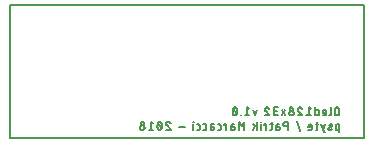
<source format=gbo>
G04 EAGLE Gerber RS-274X export*
G75*
%MOMM*%
%FSLAX34Y34*%
%LPD*%
%INSilkscreen Bottom*%
%IPPOS*%
%AMOC8*
5,1,8,0,0,1.08239X$1,22.5*%
G01*
%ADD10C,0.127000*%
%ADD11C,0.203200*%


D10*
X301625Y24892D02*
X301625Y27940D01*
X301623Y28025D01*
X301617Y28111D01*
X301608Y28196D01*
X301594Y28280D01*
X301577Y28364D01*
X301556Y28447D01*
X301532Y28529D01*
X301504Y28609D01*
X301472Y28689D01*
X301436Y28767D01*
X301398Y28843D01*
X301355Y28917D01*
X301310Y28989D01*
X301261Y29060D01*
X301209Y29128D01*
X301155Y29193D01*
X301097Y29256D01*
X301036Y29317D01*
X300973Y29375D01*
X300908Y29429D01*
X300840Y29481D01*
X300769Y29530D01*
X300697Y29575D01*
X300623Y29618D01*
X300547Y29656D01*
X300469Y29692D01*
X300389Y29724D01*
X300309Y29752D01*
X300227Y29776D01*
X300144Y29797D01*
X300060Y29814D01*
X299976Y29828D01*
X299891Y29837D01*
X299805Y29843D01*
X299720Y29845D01*
X299635Y29843D01*
X299549Y29837D01*
X299464Y29828D01*
X299380Y29814D01*
X299296Y29797D01*
X299213Y29776D01*
X299131Y29752D01*
X299051Y29724D01*
X298971Y29692D01*
X298893Y29656D01*
X298817Y29618D01*
X298743Y29575D01*
X298671Y29530D01*
X298600Y29481D01*
X298532Y29429D01*
X298467Y29375D01*
X298404Y29317D01*
X298343Y29256D01*
X298285Y29193D01*
X298231Y29128D01*
X298179Y29060D01*
X298130Y28989D01*
X298085Y28917D01*
X298042Y28843D01*
X298004Y28767D01*
X297968Y28689D01*
X297936Y28609D01*
X297908Y28529D01*
X297884Y28447D01*
X297863Y28364D01*
X297846Y28280D01*
X297832Y28196D01*
X297823Y28111D01*
X297817Y28025D01*
X297815Y27940D01*
X297815Y24892D01*
X297817Y24807D01*
X297823Y24721D01*
X297832Y24636D01*
X297846Y24552D01*
X297863Y24468D01*
X297884Y24385D01*
X297908Y24303D01*
X297936Y24223D01*
X297968Y24143D01*
X298004Y24065D01*
X298042Y23989D01*
X298085Y23915D01*
X298130Y23843D01*
X298179Y23772D01*
X298231Y23704D01*
X298285Y23639D01*
X298343Y23576D01*
X298404Y23515D01*
X298467Y23457D01*
X298532Y23403D01*
X298600Y23351D01*
X298671Y23302D01*
X298743Y23257D01*
X298817Y23214D01*
X298893Y23176D01*
X298971Y23140D01*
X299051Y23108D01*
X299131Y23080D01*
X299213Y23056D01*
X299296Y23035D01*
X299380Y23018D01*
X299464Y23004D01*
X299549Y22995D01*
X299635Y22989D01*
X299720Y22987D01*
X299805Y22989D01*
X299891Y22995D01*
X299976Y23004D01*
X300060Y23018D01*
X300144Y23035D01*
X300227Y23056D01*
X300309Y23080D01*
X300389Y23108D01*
X300469Y23140D01*
X300547Y23176D01*
X300623Y23214D01*
X300697Y23257D01*
X300769Y23302D01*
X300840Y23351D01*
X300908Y23403D01*
X300973Y23457D01*
X301036Y23515D01*
X301097Y23576D01*
X301155Y23639D01*
X301209Y23704D01*
X301261Y23772D01*
X301310Y23843D01*
X301355Y23915D01*
X301398Y23989D01*
X301436Y24065D01*
X301472Y24143D01*
X301504Y24223D01*
X301532Y24303D01*
X301556Y24385D01*
X301577Y24468D01*
X301594Y24552D01*
X301608Y24636D01*
X301617Y24721D01*
X301623Y24807D01*
X301625Y24892D01*
X294391Y24130D02*
X294391Y29845D01*
X294391Y24130D02*
X294389Y24064D01*
X294383Y23997D01*
X294374Y23932D01*
X294360Y23866D01*
X294343Y23802D01*
X294322Y23739D01*
X294298Y23677D01*
X294269Y23617D01*
X294238Y23559D01*
X294203Y23502D01*
X294165Y23447D01*
X294124Y23395D01*
X294079Y23346D01*
X294032Y23299D01*
X293983Y23254D01*
X293931Y23213D01*
X293876Y23175D01*
X293820Y23140D01*
X293761Y23109D01*
X293701Y23080D01*
X293639Y23056D01*
X293576Y23035D01*
X293512Y23018D01*
X293446Y23004D01*
X293381Y22995D01*
X293314Y22989D01*
X293248Y22987D01*
X289372Y22987D02*
X287467Y22987D01*
X289372Y22987D02*
X289438Y22989D01*
X289505Y22995D01*
X289570Y23004D01*
X289636Y23018D01*
X289700Y23035D01*
X289763Y23056D01*
X289825Y23080D01*
X289885Y23109D01*
X289944Y23140D01*
X290000Y23175D01*
X290055Y23213D01*
X290107Y23254D01*
X290156Y23299D01*
X290203Y23346D01*
X290248Y23395D01*
X290289Y23447D01*
X290327Y23502D01*
X290362Y23559D01*
X290393Y23617D01*
X290422Y23677D01*
X290446Y23739D01*
X290467Y23802D01*
X290484Y23866D01*
X290498Y23932D01*
X290507Y23997D01*
X290513Y24064D01*
X290515Y24130D01*
X290515Y26035D01*
X290513Y26112D01*
X290507Y26189D01*
X290497Y26266D01*
X290484Y26342D01*
X290466Y26417D01*
X290445Y26491D01*
X290420Y26564D01*
X290391Y26636D01*
X290359Y26706D01*
X290324Y26775D01*
X290284Y26841D01*
X290242Y26906D01*
X290196Y26968D01*
X290147Y27028D01*
X290096Y27085D01*
X290041Y27140D01*
X289984Y27191D01*
X289924Y27240D01*
X289862Y27286D01*
X289797Y27328D01*
X289731Y27368D01*
X289662Y27403D01*
X289592Y27435D01*
X289520Y27464D01*
X289447Y27489D01*
X289373Y27510D01*
X289298Y27528D01*
X289222Y27541D01*
X289145Y27551D01*
X289068Y27557D01*
X288991Y27559D01*
X288914Y27557D01*
X288837Y27551D01*
X288760Y27541D01*
X288684Y27528D01*
X288609Y27510D01*
X288535Y27489D01*
X288462Y27464D01*
X288390Y27435D01*
X288320Y27403D01*
X288251Y27368D01*
X288185Y27328D01*
X288120Y27286D01*
X288058Y27240D01*
X287998Y27191D01*
X287941Y27140D01*
X287886Y27085D01*
X287835Y27028D01*
X287786Y26968D01*
X287740Y26906D01*
X287698Y26841D01*
X287658Y26775D01*
X287623Y26706D01*
X287591Y26636D01*
X287562Y26564D01*
X287537Y26491D01*
X287516Y26417D01*
X287498Y26342D01*
X287485Y26266D01*
X287475Y26189D01*
X287469Y26112D01*
X287467Y26035D01*
X287467Y25273D01*
X290515Y25273D01*
X281183Y22987D02*
X281183Y29845D01*
X281183Y22987D02*
X283088Y22987D01*
X283154Y22989D01*
X283221Y22995D01*
X283286Y23004D01*
X283352Y23018D01*
X283416Y23035D01*
X283479Y23056D01*
X283541Y23080D01*
X283601Y23109D01*
X283660Y23140D01*
X283716Y23175D01*
X283771Y23213D01*
X283823Y23254D01*
X283872Y23299D01*
X283919Y23346D01*
X283964Y23395D01*
X284005Y23447D01*
X284043Y23502D01*
X284078Y23559D01*
X284109Y23617D01*
X284138Y23677D01*
X284162Y23739D01*
X284183Y23802D01*
X284200Y23866D01*
X284214Y23932D01*
X284223Y23997D01*
X284229Y24064D01*
X284231Y24130D01*
X284231Y26416D01*
X284229Y26482D01*
X284223Y26549D01*
X284214Y26614D01*
X284200Y26680D01*
X284183Y26744D01*
X284162Y26807D01*
X284138Y26869D01*
X284109Y26929D01*
X284078Y26988D01*
X284043Y27044D01*
X284005Y27099D01*
X283964Y27151D01*
X283919Y27200D01*
X283872Y27247D01*
X283823Y27292D01*
X283771Y27333D01*
X283716Y27371D01*
X283660Y27406D01*
X283601Y27437D01*
X283541Y27466D01*
X283479Y27490D01*
X283416Y27511D01*
X283352Y27528D01*
X283286Y27542D01*
X283221Y27551D01*
X283154Y27557D01*
X283088Y27559D01*
X281183Y27559D01*
X277485Y28321D02*
X275580Y29845D01*
X275580Y22987D01*
X277485Y22987D02*
X273675Y22987D01*
X268074Y29846D02*
X267992Y29844D01*
X267911Y29838D01*
X267830Y29829D01*
X267749Y29815D01*
X267670Y29798D01*
X267591Y29777D01*
X267513Y29752D01*
X267437Y29723D01*
X267362Y29691D01*
X267288Y29655D01*
X267217Y29616D01*
X267147Y29574D01*
X267079Y29528D01*
X267014Y29479D01*
X266951Y29427D01*
X266891Y29372D01*
X266833Y29314D01*
X266778Y29254D01*
X266726Y29191D01*
X266677Y29126D01*
X266631Y29058D01*
X266589Y28989D01*
X266550Y28917D01*
X266514Y28843D01*
X266482Y28768D01*
X266453Y28692D01*
X266428Y28614D01*
X266407Y28535D01*
X266390Y28456D01*
X266376Y28375D01*
X266367Y28294D01*
X266361Y28213D01*
X266359Y28131D01*
X268074Y29845D02*
X268166Y29843D01*
X268258Y29837D01*
X268350Y29828D01*
X268442Y29814D01*
X268532Y29797D01*
X268622Y29776D01*
X268711Y29751D01*
X268799Y29722D01*
X268886Y29690D01*
X268971Y29654D01*
X269054Y29615D01*
X269136Y29572D01*
X269216Y29526D01*
X269294Y29476D01*
X269370Y29424D01*
X269443Y29368D01*
X269514Y29309D01*
X269583Y29247D01*
X269649Y29182D01*
X269712Y29115D01*
X269772Y29045D01*
X269830Y28973D01*
X269884Y28898D01*
X269935Y28821D01*
X269983Y28742D01*
X270027Y28661D01*
X270068Y28578D01*
X270106Y28494D01*
X270140Y28408D01*
X270170Y28321D01*
X266931Y26797D02*
X266872Y26856D01*
X266816Y26917D01*
X266763Y26980D01*
X266712Y27046D01*
X266665Y27114D01*
X266621Y27184D01*
X266580Y27256D01*
X266542Y27330D01*
X266508Y27405D01*
X266477Y27482D01*
X266450Y27560D01*
X266426Y27640D01*
X266405Y27720D01*
X266389Y27801D01*
X266376Y27883D01*
X266366Y27965D01*
X266361Y28048D01*
X266359Y28131D01*
X266931Y26797D02*
X270170Y22987D01*
X266360Y22987D01*
X262855Y24892D02*
X262853Y24977D01*
X262847Y25063D01*
X262838Y25148D01*
X262824Y25232D01*
X262807Y25316D01*
X262786Y25399D01*
X262762Y25481D01*
X262734Y25561D01*
X262702Y25641D01*
X262666Y25719D01*
X262628Y25795D01*
X262585Y25869D01*
X262540Y25941D01*
X262491Y26012D01*
X262439Y26080D01*
X262385Y26145D01*
X262327Y26208D01*
X262266Y26269D01*
X262203Y26327D01*
X262138Y26381D01*
X262070Y26433D01*
X261999Y26482D01*
X261927Y26527D01*
X261853Y26570D01*
X261777Y26608D01*
X261699Y26644D01*
X261619Y26676D01*
X261539Y26704D01*
X261457Y26728D01*
X261374Y26749D01*
X261290Y26766D01*
X261206Y26780D01*
X261121Y26789D01*
X261035Y26795D01*
X260950Y26797D01*
X260865Y26795D01*
X260779Y26789D01*
X260694Y26780D01*
X260610Y26766D01*
X260526Y26749D01*
X260443Y26728D01*
X260361Y26704D01*
X260281Y26676D01*
X260201Y26644D01*
X260123Y26608D01*
X260047Y26570D01*
X259973Y26527D01*
X259901Y26482D01*
X259830Y26433D01*
X259762Y26381D01*
X259697Y26327D01*
X259634Y26269D01*
X259573Y26208D01*
X259515Y26145D01*
X259461Y26080D01*
X259409Y26012D01*
X259360Y25941D01*
X259315Y25869D01*
X259272Y25795D01*
X259234Y25719D01*
X259198Y25641D01*
X259166Y25561D01*
X259138Y25481D01*
X259114Y25399D01*
X259093Y25316D01*
X259076Y25232D01*
X259062Y25148D01*
X259053Y25063D01*
X259047Y24977D01*
X259045Y24892D01*
X259047Y24807D01*
X259053Y24721D01*
X259062Y24636D01*
X259076Y24552D01*
X259093Y24468D01*
X259114Y24385D01*
X259138Y24303D01*
X259166Y24223D01*
X259198Y24143D01*
X259234Y24065D01*
X259272Y23989D01*
X259315Y23915D01*
X259360Y23843D01*
X259409Y23772D01*
X259461Y23704D01*
X259515Y23639D01*
X259573Y23576D01*
X259634Y23515D01*
X259697Y23457D01*
X259762Y23403D01*
X259830Y23351D01*
X259901Y23302D01*
X259973Y23257D01*
X260047Y23214D01*
X260123Y23176D01*
X260201Y23140D01*
X260281Y23108D01*
X260361Y23080D01*
X260443Y23056D01*
X260526Y23035D01*
X260610Y23018D01*
X260694Y23004D01*
X260779Y22995D01*
X260865Y22989D01*
X260950Y22987D01*
X261035Y22989D01*
X261121Y22995D01*
X261206Y23004D01*
X261290Y23018D01*
X261374Y23035D01*
X261457Y23056D01*
X261539Y23080D01*
X261619Y23108D01*
X261699Y23140D01*
X261777Y23176D01*
X261853Y23214D01*
X261927Y23257D01*
X261999Y23302D01*
X262070Y23351D01*
X262138Y23403D01*
X262203Y23457D01*
X262266Y23515D01*
X262327Y23576D01*
X262385Y23639D01*
X262439Y23704D01*
X262491Y23772D01*
X262540Y23843D01*
X262585Y23915D01*
X262628Y23989D01*
X262666Y24065D01*
X262702Y24143D01*
X262734Y24223D01*
X262762Y24303D01*
X262786Y24385D01*
X262807Y24468D01*
X262824Y24552D01*
X262838Y24636D01*
X262847Y24721D01*
X262853Y24807D01*
X262855Y24892D01*
X262474Y28321D02*
X262472Y28398D01*
X262466Y28475D01*
X262456Y28552D01*
X262443Y28628D01*
X262425Y28703D01*
X262404Y28777D01*
X262379Y28850D01*
X262350Y28922D01*
X262318Y28992D01*
X262283Y29061D01*
X262243Y29127D01*
X262201Y29192D01*
X262155Y29254D01*
X262106Y29314D01*
X262055Y29371D01*
X262000Y29426D01*
X261943Y29477D01*
X261883Y29526D01*
X261821Y29572D01*
X261756Y29614D01*
X261690Y29654D01*
X261621Y29689D01*
X261551Y29721D01*
X261479Y29750D01*
X261406Y29775D01*
X261332Y29796D01*
X261257Y29814D01*
X261181Y29827D01*
X261104Y29837D01*
X261027Y29843D01*
X260950Y29845D01*
X260873Y29843D01*
X260796Y29837D01*
X260719Y29827D01*
X260643Y29814D01*
X260568Y29796D01*
X260494Y29775D01*
X260421Y29750D01*
X260349Y29721D01*
X260279Y29689D01*
X260210Y29654D01*
X260144Y29614D01*
X260079Y29572D01*
X260017Y29526D01*
X259957Y29477D01*
X259900Y29426D01*
X259845Y29371D01*
X259794Y29314D01*
X259745Y29254D01*
X259699Y29192D01*
X259657Y29127D01*
X259617Y29061D01*
X259582Y28992D01*
X259550Y28922D01*
X259521Y28850D01*
X259496Y28777D01*
X259475Y28703D01*
X259457Y28628D01*
X259444Y28552D01*
X259434Y28475D01*
X259428Y28398D01*
X259426Y28321D01*
X259428Y28244D01*
X259434Y28167D01*
X259444Y28090D01*
X259457Y28014D01*
X259475Y27939D01*
X259496Y27865D01*
X259521Y27792D01*
X259550Y27720D01*
X259582Y27650D01*
X259617Y27581D01*
X259657Y27515D01*
X259699Y27450D01*
X259745Y27388D01*
X259794Y27328D01*
X259845Y27271D01*
X259900Y27216D01*
X259957Y27165D01*
X260017Y27116D01*
X260079Y27070D01*
X260144Y27028D01*
X260210Y26988D01*
X260279Y26953D01*
X260349Y26921D01*
X260421Y26892D01*
X260494Y26867D01*
X260568Y26846D01*
X260643Y26828D01*
X260719Y26815D01*
X260796Y26805D01*
X260873Y26799D01*
X260950Y26797D01*
X261027Y26799D01*
X261104Y26805D01*
X261181Y26815D01*
X261257Y26828D01*
X261332Y26846D01*
X261406Y26867D01*
X261479Y26892D01*
X261551Y26921D01*
X261621Y26953D01*
X261690Y26988D01*
X261756Y27028D01*
X261821Y27070D01*
X261883Y27116D01*
X261943Y27165D01*
X262000Y27216D01*
X262055Y27271D01*
X262106Y27328D01*
X262155Y27388D01*
X262201Y27450D01*
X262243Y27515D01*
X262283Y27581D01*
X262318Y27650D01*
X262350Y27720D01*
X262379Y27792D01*
X262404Y27865D01*
X262425Y27939D01*
X262443Y28014D01*
X262456Y28090D01*
X262466Y28167D01*
X262472Y28244D01*
X262474Y28321D01*
X255890Y22987D02*
X252842Y27559D01*
X255890Y27559D02*
X252842Y22987D01*
X249687Y22987D02*
X247782Y22987D01*
X247697Y22989D01*
X247611Y22995D01*
X247526Y23004D01*
X247442Y23018D01*
X247358Y23035D01*
X247275Y23056D01*
X247193Y23080D01*
X247113Y23108D01*
X247033Y23140D01*
X246955Y23176D01*
X246879Y23214D01*
X246805Y23257D01*
X246733Y23302D01*
X246662Y23351D01*
X246594Y23403D01*
X246529Y23457D01*
X246466Y23515D01*
X246405Y23576D01*
X246347Y23639D01*
X246293Y23704D01*
X246241Y23772D01*
X246192Y23843D01*
X246147Y23915D01*
X246104Y23989D01*
X246066Y24065D01*
X246030Y24143D01*
X245998Y24223D01*
X245970Y24303D01*
X245946Y24385D01*
X245925Y24468D01*
X245908Y24552D01*
X245894Y24636D01*
X245885Y24721D01*
X245879Y24807D01*
X245877Y24892D01*
X245879Y24977D01*
X245885Y25063D01*
X245894Y25148D01*
X245908Y25232D01*
X245925Y25316D01*
X245946Y25399D01*
X245970Y25481D01*
X245998Y25561D01*
X246030Y25641D01*
X246066Y25719D01*
X246104Y25795D01*
X246147Y25869D01*
X246192Y25941D01*
X246241Y26012D01*
X246293Y26080D01*
X246347Y26145D01*
X246405Y26208D01*
X246466Y26269D01*
X246529Y26327D01*
X246594Y26381D01*
X246662Y26433D01*
X246733Y26482D01*
X246805Y26527D01*
X246879Y26570D01*
X246955Y26608D01*
X247033Y26644D01*
X247113Y26676D01*
X247193Y26704D01*
X247275Y26728D01*
X247358Y26749D01*
X247442Y26766D01*
X247526Y26780D01*
X247611Y26789D01*
X247697Y26795D01*
X247782Y26797D01*
X247401Y29845D02*
X249687Y29845D01*
X247401Y29845D02*
X247324Y29843D01*
X247247Y29837D01*
X247170Y29827D01*
X247094Y29814D01*
X247019Y29796D01*
X246945Y29775D01*
X246872Y29750D01*
X246800Y29721D01*
X246730Y29689D01*
X246661Y29654D01*
X246595Y29614D01*
X246530Y29572D01*
X246468Y29526D01*
X246408Y29477D01*
X246351Y29426D01*
X246296Y29371D01*
X246245Y29314D01*
X246196Y29254D01*
X246150Y29192D01*
X246108Y29127D01*
X246068Y29061D01*
X246033Y28992D01*
X246001Y28922D01*
X245972Y28850D01*
X245947Y28777D01*
X245926Y28703D01*
X245908Y28628D01*
X245895Y28552D01*
X245885Y28475D01*
X245879Y28398D01*
X245877Y28321D01*
X245879Y28244D01*
X245885Y28167D01*
X245895Y28090D01*
X245908Y28014D01*
X245926Y27939D01*
X245947Y27865D01*
X245972Y27792D01*
X246001Y27720D01*
X246033Y27650D01*
X246068Y27581D01*
X246108Y27515D01*
X246150Y27450D01*
X246196Y27388D01*
X246245Y27328D01*
X246296Y27271D01*
X246351Y27216D01*
X246408Y27165D01*
X246468Y27116D01*
X246530Y27070D01*
X246595Y27028D01*
X246661Y26988D01*
X246730Y26953D01*
X246800Y26921D01*
X246872Y26892D01*
X246945Y26867D01*
X247019Y26846D01*
X247094Y26828D01*
X247170Y26815D01*
X247247Y26805D01*
X247324Y26799D01*
X247401Y26797D01*
X248925Y26797D01*
X240277Y29846D02*
X240195Y29844D01*
X240114Y29838D01*
X240033Y29829D01*
X239952Y29815D01*
X239873Y29798D01*
X239794Y29777D01*
X239716Y29752D01*
X239640Y29723D01*
X239565Y29691D01*
X239491Y29655D01*
X239420Y29616D01*
X239350Y29574D01*
X239282Y29528D01*
X239217Y29479D01*
X239154Y29427D01*
X239094Y29372D01*
X239036Y29314D01*
X238981Y29254D01*
X238929Y29191D01*
X238880Y29126D01*
X238834Y29058D01*
X238792Y28989D01*
X238753Y28917D01*
X238717Y28843D01*
X238685Y28768D01*
X238656Y28692D01*
X238631Y28614D01*
X238610Y28535D01*
X238593Y28456D01*
X238579Y28375D01*
X238570Y28294D01*
X238564Y28213D01*
X238562Y28131D01*
X240277Y29845D02*
X240369Y29843D01*
X240461Y29837D01*
X240553Y29828D01*
X240645Y29814D01*
X240735Y29797D01*
X240825Y29776D01*
X240914Y29751D01*
X241002Y29722D01*
X241089Y29690D01*
X241174Y29654D01*
X241257Y29615D01*
X241339Y29572D01*
X241419Y29526D01*
X241497Y29476D01*
X241573Y29424D01*
X241646Y29368D01*
X241717Y29309D01*
X241786Y29247D01*
X241852Y29182D01*
X241915Y29115D01*
X241975Y29045D01*
X242033Y28973D01*
X242087Y28898D01*
X242138Y28821D01*
X242186Y28742D01*
X242230Y28661D01*
X242271Y28578D01*
X242309Y28494D01*
X242343Y28408D01*
X242373Y28321D01*
X239134Y26797D02*
X239075Y26856D01*
X239019Y26917D01*
X238966Y26980D01*
X238915Y27046D01*
X238868Y27114D01*
X238824Y27184D01*
X238783Y27256D01*
X238745Y27330D01*
X238711Y27405D01*
X238680Y27482D01*
X238653Y27560D01*
X238629Y27640D01*
X238608Y27720D01*
X238592Y27801D01*
X238579Y27883D01*
X238569Y27965D01*
X238564Y28048D01*
X238562Y28131D01*
X239134Y26797D02*
X242372Y22987D01*
X238562Y22987D01*
X231506Y27559D02*
X229982Y22987D01*
X228458Y27559D01*
X225303Y28321D02*
X223398Y29845D01*
X223398Y22987D01*
X225303Y22987D02*
X221493Y22987D01*
X218468Y22987D02*
X218468Y23368D01*
X218087Y23368D01*
X218087Y22987D01*
X218468Y22987D01*
X215063Y26416D02*
X215061Y26558D01*
X215056Y26701D01*
X215047Y26843D01*
X215034Y26985D01*
X215018Y27126D01*
X214999Y27267D01*
X214975Y27408D01*
X214949Y27548D01*
X214918Y27687D01*
X214884Y27825D01*
X214847Y27963D01*
X214807Y28099D01*
X214762Y28235D01*
X214715Y28369D01*
X214664Y28502D01*
X214610Y28634D01*
X214552Y28764D01*
X214491Y28893D01*
X214491Y28892D02*
X214465Y28961D01*
X214436Y29027D01*
X214404Y29093D01*
X214369Y29156D01*
X214330Y29218D01*
X214288Y29278D01*
X214243Y29335D01*
X214195Y29390D01*
X214144Y29442D01*
X214091Y29492D01*
X214035Y29538D01*
X213977Y29582D01*
X213916Y29623D01*
X213854Y29661D01*
X213790Y29695D01*
X213724Y29726D01*
X213656Y29754D01*
X213587Y29778D01*
X213517Y29798D01*
X213446Y29815D01*
X213375Y29828D01*
X213303Y29837D01*
X213230Y29843D01*
X213157Y29845D01*
X213084Y29843D01*
X213011Y29837D01*
X212939Y29828D01*
X212868Y29815D01*
X212797Y29798D01*
X212727Y29778D01*
X212658Y29754D01*
X212590Y29726D01*
X212524Y29695D01*
X212460Y29661D01*
X212398Y29623D01*
X212337Y29582D01*
X212279Y29538D01*
X212223Y29492D01*
X212170Y29442D01*
X212119Y29390D01*
X212071Y29335D01*
X212026Y29278D01*
X211984Y29218D01*
X211945Y29156D01*
X211910Y29093D01*
X211878Y29027D01*
X211849Y28961D01*
X211823Y28892D01*
X211824Y28893D02*
X211763Y28764D01*
X211705Y28634D01*
X211651Y28502D01*
X211600Y28369D01*
X211553Y28235D01*
X211508Y28099D01*
X211468Y27963D01*
X211431Y27825D01*
X211397Y27687D01*
X211366Y27548D01*
X211340Y27408D01*
X211316Y27267D01*
X211297Y27126D01*
X211281Y26985D01*
X211268Y26843D01*
X211259Y26701D01*
X211254Y26558D01*
X211252Y26416D01*
X215063Y26416D02*
X215061Y26274D01*
X215056Y26131D01*
X215047Y25989D01*
X215034Y25847D01*
X215018Y25706D01*
X214999Y25565D01*
X214975Y25424D01*
X214949Y25284D01*
X214918Y25145D01*
X214884Y25007D01*
X214847Y24869D01*
X214807Y24733D01*
X214762Y24597D01*
X214715Y24463D01*
X214664Y24330D01*
X214610Y24198D01*
X214552Y24068D01*
X214491Y23939D01*
X214491Y23940D02*
X214465Y23871D01*
X214436Y23805D01*
X214404Y23739D01*
X214369Y23676D01*
X214330Y23614D01*
X214288Y23554D01*
X214243Y23497D01*
X214195Y23442D01*
X214144Y23390D01*
X214091Y23340D01*
X214035Y23294D01*
X213977Y23250D01*
X213916Y23209D01*
X213854Y23171D01*
X213790Y23137D01*
X213724Y23106D01*
X213656Y23078D01*
X213587Y23054D01*
X213517Y23034D01*
X213446Y23017D01*
X213375Y23004D01*
X213303Y22995D01*
X213230Y22989D01*
X213157Y22987D01*
X211824Y23939D02*
X211763Y24068D01*
X211705Y24198D01*
X211651Y24330D01*
X211600Y24463D01*
X211553Y24597D01*
X211508Y24733D01*
X211468Y24869D01*
X211431Y25007D01*
X211397Y25145D01*
X211366Y25284D01*
X211340Y25424D01*
X211316Y25565D01*
X211297Y25706D01*
X211281Y25847D01*
X211268Y25989D01*
X211259Y26131D01*
X211254Y26274D01*
X211252Y26416D01*
X211823Y23940D02*
X211849Y23871D01*
X211878Y23805D01*
X211910Y23739D01*
X211945Y23676D01*
X211984Y23614D01*
X212026Y23554D01*
X212071Y23497D01*
X212119Y23442D01*
X212170Y23390D01*
X212223Y23340D01*
X212279Y23294D01*
X212337Y23250D01*
X212398Y23209D01*
X212460Y23171D01*
X212524Y23137D01*
X212590Y23106D01*
X212658Y23078D01*
X212727Y23054D01*
X212797Y23034D01*
X212868Y23017D01*
X212939Y23004D01*
X213011Y22995D01*
X213084Y22989D01*
X213157Y22987D01*
X214681Y24511D02*
X211633Y28321D01*
X301625Y15367D02*
X301625Y8509D01*
X301625Y15367D02*
X299720Y15367D01*
X299654Y15365D01*
X299587Y15359D01*
X299522Y15350D01*
X299456Y15336D01*
X299392Y15319D01*
X299329Y15298D01*
X299267Y15274D01*
X299207Y15245D01*
X299149Y15214D01*
X299092Y15179D01*
X299037Y15141D01*
X298985Y15100D01*
X298936Y15055D01*
X298889Y15008D01*
X298844Y14959D01*
X298803Y14907D01*
X298765Y14852D01*
X298730Y14796D01*
X298699Y14737D01*
X298670Y14677D01*
X298646Y14615D01*
X298625Y14552D01*
X298608Y14488D01*
X298594Y14422D01*
X298585Y14357D01*
X298579Y14290D01*
X298577Y14224D01*
X298577Y11938D01*
X298579Y11872D01*
X298585Y11805D01*
X298594Y11740D01*
X298608Y11674D01*
X298625Y11610D01*
X298646Y11547D01*
X298670Y11485D01*
X298699Y11425D01*
X298730Y11367D01*
X298765Y11310D01*
X298803Y11255D01*
X298844Y11203D01*
X298889Y11154D01*
X298936Y11107D01*
X298985Y11062D01*
X299037Y11021D01*
X299092Y10983D01*
X299149Y10948D01*
X299207Y10917D01*
X299267Y10888D01*
X299329Y10864D01*
X299392Y10843D01*
X299456Y10826D01*
X299522Y10812D01*
X299587Y10803D01*
X299654Y10797D01*
X299720Y10795D01*
X301625Y10795D01*
X294769Y13462D02*
X292864Y12700D01*
X294769Y13462D02*
X294826Y13487D01*
X294881Y13515D01*
X294935Y13547D01*
X294986Y13582D01*
X295035Y13621D01*
X295082Y13662D01*
X295126Y13706D01*
X295167Y13753D01*
X295205Y13803D01*
X295239Y13855D01*
X295271Y13908D01*
X295299Y13964D01*
X295323Y14021D01*
X295344Y14080D01*
X295361Y14140D01*
X295374Y14201D01*
X295383Y14263D01*
X295389Y14325D01*
X295390Y14387D01*
X295387Y14449D01*
X295381Y14511D01*
X295371Y14573D01*
X295357Y14633D01*
X295339Y14693D01*
X295317Y14752D01*
X295292Y14808D01*
X295263Y14864D01*
X295231Y14917D01*
X295195Y14968D01*
X295156Y15017D01*
X295115Y15063D01*
X295070Y15107D01*
X295023Y15148D01*
X294973Y15185D01*
X294921Y15220D01*
X294867Y15251D01*
X294811Y15278D01*
X294754Y15302D01*
X294695Y15323D01*
X294635Y15339D01*
X294574Y15352D01*
X294512Y15361D01*
X294450Y15366D01*
X294388Y15367D01*
X294262Y15363D01*
X294136Y15356D01*
X294010Y15345D01*
X293884Y15330D01*
X293759Y15312D01*
X293635Y15290D01*
X293511Y15264D01*
X293388Y15235D01*
X293266Y15202D01*
X293145Y15166D01*
X293026Y15126D01*
X292907Y15082D01*
X292790Y15036D01*
X292674Y14986D01*
X292864Y12700D02*
X292807Y12675D01*
X292752Y12647D01*
X292698Y12615D01*
X292647Y12580D01*
X292598Y12541D01*
X292551Y12500D01*
X292507Y12456D01*
X292466Y12409D01*
X292428Y12359D01*
X292394Y12307D01*
X292362Y12254D01*
X292334Y12198D01*
X292310Y12141D01*
X292289Y12082D01*
X292272Y12022D01*
X292259Y11961D01*
X292250Y11899D01*
X292244Y11837D01*
X292243Y11775D01*
X292246Y11713D01*
X292252Y11651D01*
X292262Y11589D01*
X292276Y11529D01*
X292294Y11469D01*
X292316Y11410D01*
X292341Y11354D01*
X292370Y11298D01*
X292402Y11245D01*
X292438Y11194D01*
X292477Y11145D01*
X292518Y11099D01*
X292563Y11055D01*
X292610Y11014D01*
X292660Y10977D01*
X292712Y10942D01*
X292766Y10911D01*
X292822Y10884D01*
X292879Y10860D01*
X292938Y10839D01*
X292998Y10823D01*
X293059Y10810D01*
X293121Y10801D01*
X293183Y10796D01*
X293245Y10795D01*
X293398Y10799D01*
X293551Y10806D01*
X293703Y10817D01*
X293855Y10832D01*
X294007Y10851D01*
X294158Y10873D01*
X294309Y10898D01*
X294459Y10927D01*
X294608Y10960D01*
X294757Y10996D01*
X294904Y11036D01*
X295051Y11079D01*
X295197Y11126D01*
X295341Y11176D01*
X289245Y8509D02*
X288483Y8509D01*
X286197Y15367D01*
X289245Y15367D02*
X287721Y10795D01*
X283831Y15367D02*
X281545Y15367D01*
X283069Y17653D02*
X283069Y11938D01*
X283067Y11872D01*
X283061Y11805D01*
X283052Y11740D01*
X283038Y11674D01*
X283021Y11610D01*
X283000Y11547D01*
X282976Y11485D01*
X282947Y11425D01*
X282916Y11367D01*
X282881Y11310D01*
X282843Y11255D01*
X282802Y11203D01*
X282757Y11154D01*
X282710Y11107D01*
X282661Y11062D01*
X282609Y11021D01*
X282554Y10983D01*
X282498Y10948D01*
X282439Y10917D01*
X282379Y10888D01*
X282317Y10864D01*
X282254Y10843D01*
X282190Y10826D01*
X282124Y10812D01*
X282059Y10803D01*
X281992Y10797D01*
X281926Y10795D01*
X281545Y10795D01*
X277373Y10795D02*
X275468Y10795D01*
X277373Y10795D02*
X277439Y10797D01*
X277506Y10803D01*
X277571Y10812D01*
X277637Y10826D01*
X277701Y10843D01*
X277764Y10864D01*
X277826Y10888D01*
X277886Y10917D01*
X277945Y10948D01*
X278001Y10983D01*
X278056Y11021D01*
X278108Y11062D01*
X278157Y11107D01*
X278204Y11154D01*
X278249Y11203D01*
X278290Y11255D01*
X278328Y11310D01*
X278363Y11367D01*
X278394Y11425D01*
X278423Y11485D01*
X278447Y11547D01*
X278468Y11610D01*
X278485Y11674D01*
X278499Y11740D01*
X278508Y11805D01*
X278514Y11872D01*
X278516Y11938D01*
X278516Y13843D01*
X278514Y13920D01*
X278508Y13997D01*
X278498Y14074D01*
X278485Y14150D01*
X278467Y14225D01*
X278446Y14299D01*
X278421Y14372D01*
X278392Y14444D01*
X278360Y14514D01*
X278325Y14583D01*
X278285Y14649D01*
X278243Y14714D01*
X278197Y14776D01*
X278148Y14836D01*
X278097Y14893D01*
X278042Y14948D01*
X277985Y14999D01*
X277925Y15048D01*
X277863Y15094D01*
X277798Y15136D01*
X277732Y15176D01*
X277663Y15211D01*
X277593Y15243D01*
X277521Y15272D01*
X277448Y15297D01*
X277374Y15318D01*
X277299Y15336D01*
X277223Y15349D01*
X277146Y15359D01*
X277069Y15365D01*
X276992Y15367D01*
X276915Y15365D01*
X276838Y15359D01*
X276761Y15349D01*
X276685Y15336D01*
X276610Y15318D01*
X276536Y15297D01*
X276463Y15272D01*
X276391Y15243D01*
X276321Y15211D01*
X276252Y15176D01*
X276186Y15136D01*
X276121Y15094D01*
X276059Y15048D01*
X275999Y14999D01*
X275942Y14948D01*
X275887Y14893D01*
X275836Y14836D01*
X275787Y14776D01*
X275741Y14714D01*
X275699Y14649D01*
X275659Y14583D01*
X275624Y14514D01*
X275592Y14444D01*
X275563Y14372D01*
X275538Y14299D01*
X275517Y14225D01*
X275499Y14150D01*
X275486Y14074D01*
X275476Y13997D01*
X275470Y13920D01*
X275468Y13843D01*
X275468Y13081D01*
X278516Y13081D01*
X268519Y10033D02*
X265471Y18415D01*
X258011Y17653D02*
X258011Y10795D01*
X258011Y17653D02*
X256106Y17653D01*
X256021Y17651D01*
X255935Y17645D01*
X255850Y17636D01*
X255766Y17622D01*
X255682Y17605D01*
X255599Y17584D01*
X255517Y17560D01*
X255437Y17532D01*
X255357Y17500D01*
X255279Y17464D01*
X255203Y17426D01*
X255129Y17383D01*
X255057Y17338D01*
X254986Y17289D01*
X254918Y17237D01*
X254853Y17183D01*
X254790Y17125D01*
X254729Y17064D01*
X254671Y17001D01*
X254617Y16936D01*
X254565Y16868D01*
X254516Y16797D01*
X254471Y16725D01*
X254428Y16651D01*
X254390Y16575D01*
X254354Y16497D01*
X254322Y16417D01*
X254294Y16337D01*
X254270Y16255D01*
X254249Y16172D01*
X254232Y16088D01*
X254218Y16004D01*
X254209Y15919D01*
X254203Y15833D01*
X254201Y15748D01*
X254203Y15663D01*
X254209Y15577D01*
X254218Y15492D01*
X254232Y15408D01*
X254249Y15324D01*
X254270Y15241D01*
X254294Y15159D01*
X254322Y15079D01*
X254354Y14999D01*
X254390Y14921D01*
X254428Y14845D01*
X254471Y14771D01*
X254516Y14699D01*
X254565Y14628D01*
X254617Y14560D01*
X254671Y14495D01*
X254729Y14432D01*
X254790Y14371D01*
X254853Y14313D01*
X254918Y14259D01*
X254986Y14207D01*
X255057Y14158D01*
X255129Y14113D01*
X255203Y14070D01*
X255279Y14032D01*
X255357Y13996D01*
X255437Y13964D01*
X255517Y13936D01*
X255599Y13912D01*
X255682Y13891D01*
X255766Y13874D01*
X255850Y13860D01*
X255935Y13851D01*
X256021Y13845D01*
X256106Y13843D01*
X258011Y13843D01*
X249928Y13462D02*
X248214Y13462D01*
X249928Y13463D02*
X250000Y13461D01*
X250072Y13455D01*
X250144Y13445D01*
X250215Y13432D01*
X250285Y13414D01*
X250354Y13393D01*
X250422Y13368D01*
X250488Y13340D01*
X250553Y13308D01*
X250616Y13272D01*
X250677Y13233D01*
X250735Y13191D01*
X250792Y13146D01*
X250845Y13097D01*
X250896Y13046D01*
X250945Y12993D01*
X250990Y12936D01*
X251032Y12878D01*
X251071Y12817D01*
X251107Y12754D01*
X251139Y12689D01*
X251167Y12623D01*
X251192Y12555D01*
X251213Y12486D01*
X251231Y12416D01*
X251244Y12345D01*
X251254Y12273D01*
X251260Y12201D01*
X251262Y12129D01*
X251260Y12057D01*
X251254Y11985D01*
X251244Y11913D01*
X251231Y11842D01*
X251213Y11772D01*
X251192Y11703D01*
X251167Y11635D01*
X251139Y11569D01*
X251107Y11504D01*
X251071Y11441D01*
X251032Y11380D01*
X250990Y11322D01*
X250945Y11265D01*
X250896Y11212D01*
X250845Y11161D01*
X250792Y11112D01*
X250735Y11067D01*
X250677Y11025D01*
X250616Y10986D01*
X250553Y10950D01*
X250488Y10918D01*
X250422Y10890D01*
X250354Y10865D01*
X250285Y10844D01*
X250215Y10826D01*
X250144Y10813D01*
X250072Y10803D01*
X250000Y10797D01*
X249928Y10795D01*
X248214Y10795D01*
X248214Y14224D01*
X248216Y14290D01*
X248222Y14357D01*
X248231Y14422D01*
X248245Y14488D01*
X248262Y14552D01*
X248283Y14615D01*
X248307Y14677D01*
X248336Y14737D01*
X248367Y14796D01*
X248402Y14852D01*
X248440Y14907D01*
X248481Y14959D01*
X248526Y15008D01*
X248573Y15055D01*
X248622Y15100D01*
X248674Y15141D01*
X248729Y15179D01*
X248786Y15214D01*
X248844Y15245D01*
X248904Y15274D01*
X248966Y15298D01*
X249029Y15319D01*
X249093Y15336D01*
X249159Y15350D01*
X249224Y15359D01*
X249291Y15365D01*
X249357Y15367D01*
X250881Y15367D01*
X245304Y15367D02*
X243018Y15367D01*
X244542Y17653D02*
X244542Y11938D01*
X244540Y11872D01*
X244534Y11805D01*
X244525Y11740D01*
X244511Y11674D01*
X244494Y11610D01*
X244473Y11547D01*
X244449Y11485D01*
X244420Y11425D01*
X244389Y11367D01*
X244354Y11310D01*
X244316Y11255D01*
X244275Y11203D01*
X244230Y11154D01*
X244183Y11107D01*
X244134Y11062D01*
X244082Y11021D01*
X244027Y10983D01*
X243971Y10948D01*
X243912Y10917D01*
X243852Y10888D01*
X243790Y10864D01*
X243727Y10843D01*
X243663Y10826D01*
X243597Y10812D01*
X243532Y10803D01*
X243465Y10797D01*
X243399Y10795D01*
X243018Y10795D01*
X239683Y10795D02*
X239683Y15367D01*
X237397Y15367D01*
X237397Y14605D01*
X235052Y15367D02*
X235052Y10795D01*
X235242Y17272D02*
X235242Y17653D01*
X234861Y17653D01*
X234861Y17272D01*
X235242Y17272D01*
X231571Y17653D02*
X231571Y10795D01*
X231571Y13081D02*
X228523Y15367D01*
X230237Y14034D02*
X228523Y10795D01*
X221244Y10795D02*
X221244Y17653D01*
X218958Y13843D01*
X216672Y17653D01*
X216672Y10795D01*
X211646Y13462D02*
X209931Y13462D01*
X211646Y13463D02*
X211718Y13461D01*
X211790Y13455D01*
X211862Y13445D01*
X211933Y13432D01*
X212003Y13414D01*
X212072Y13393D01*
X212140Y13368D01*
X212206Y13340D01*
X212271Y13308D01*
X212334Y13272D01*
X212395Y13233D01*
X212453Y13191D01*
X212510Y13146D01*
X212563Y13097D01*
X212614Y13046D01*
X212663Y12993D01*
X212708Y12936D01*
X212750Y12878D01*
X212789Y12817D01*
X212825Y12754D01*
X212857Y12689D01*
X212885Y12623D01*
X212910Y12555D01*
X212931Y12486D01*
X212949Y12416D01*
X212962Y12345D01*
X212972Y12273D01*
X212978Y12201D01*
X212980Y12129D01*
X212978Y12057D01*
X212972Y11985D01*
X212962Y11913D01*
X212949Y11842D01*
X212931Y11772D01*
X212910Y11703D01*
X212885Y11635D01*
X212857Y11569D01*
X212825Y11504D01*
X212789Y11441D01*
X212750Y11380D01*
X212708Y11322D01*
X212663Y11265D01*
X212614Y11212D01*
X212563Y11161D01*
X212510Y11112D01*
X212453Y11067D01*
X212395Y11025D01*
X212334Y10986D01*
X212271Y10950D01*
X212206Y10918D01*
X212140Y10890D01*
X212072Y10865D01*
X212003Y10844D01*
X211933Y10826D01*
X211862Y10813D01*
X211790Y10803D01*
X211718Y10797D01*
X211646Y10795D01*
X209931Y10795D01*
X209931Y14224D01*
X209933Y14290D01*
X209939Y14357D01*
X209948Y14422D01*
X209962Y14488D01*
X209979Y14552D01*
X210000Y14615D01*
X210024Y14677D01*
X210053Y14737D01*
X210084Y14796D01*
X210119Y14852D01*
X210157Y14907D01*
X210198Y14959D01*
X210243Y15008D01*
X210290Y15055D01*
X210339Y15100D01*
X210391Y15141D01*
X210446Y15179D01*
X210503Y15214D01*
X210561Y15245D01*
X210621Y15274D01*
X210683Y15298D01*
X210746Y15319D01*
X210810Y15336D01*
X210876Y15350D01*
X210941Y15359D01*
X211008Y15365D01*
X211074Y15367D01*
X212598Y15367D01*
X206033Y15367D02*
X206033Y10795D01*
X206033Y15367D02*
X203747Y15367D01*
X203747Y14605D01*
X200064Y10795D02*
X198540Y10795D01*
X200064Y10795D02*
X200130Y10797D01*
X200197Y10803D01*
X200262Y10812D01*
X200328Y10826D01*
X200392Y10843D01*
X200455Y10864D01*
X200517Y10888D01*
X200577Y10917D01*
X200636Y10948D01*
X200692Y10983D01*
X200747Y11021D01*
X200799Y11062D01*
X200848Y11107D01*
X200895Y11154D01*
X200940Y11203D01*
X200981Y11255D01*
X201019Y11310D01*
X201054Y11367D01*
X201085Y11425D01*
X201114Y11485D01*
X201138Y11547D01*
X201159Y11610D01*
X201176Y11674D01*
X201190Y11740D01*
X201199Y11805D01*
X201205Y11872D01*
X201207Y11938D01*
X201207Y14224D01*
X201205Y14290D01*
X201199Y14357D01*
X201190Y14422D01*
X201176Y14488D01*
X201159Y14552D01*
X201138Y14615D01*
X201114Y14677D01*
X201085Y14737D01*
X201054Y14796D01*
X201019Y14852D01*
X200981Y14907D01*
X200940Y14959D01*
X200895Y15008D01*
X200848Y15055D01*
X200799Y15100D01*
X200747Y15141D01*
X200692Y15179D01*
X200636Y15214D01*
X200577Y15245D01*
X200517Y15274D01*
X200455Y15298D01*
X200392Y15319D01*
X200328Y15336D01*
X200262Y15350D01*
X200197Y15359D01*
X200130Y15365D01*
X200064Y15367D01*
X198540Y15367D01*
X194333Y13462D02*
X192618Y13462D01*
X194333Y13463D02*
X194405Y13461D01*
X194477Y13455D01*
X194549Y13445D01*
X194620Y13432D01*
X194690Y13414D01*
X194759Y13393D01*
X194827Y13368D01*
X194893Y13340D01*
X194958Y13308D01*
X195021Y13272D01*
X195082Y13233D01*
X195140Y13191D01*
X195197Y13146D01*
X195250Y13097D01*
X195301Y13046D01*
X195350Y12993D01*
X195395Y12936D01*
X195437Y12878D01*
X195476Y12817D01*
X195512Y12754D01*
X195544Y12689D01*
X195572Y12623D01*
X195597Y12555D01*
X195618Y12486D01*
X195636Y12416D01*
X195649Y12345D01*
X195659Y12273D01*
X195665Y12201D01*
X195667Y12129D01*
X195665Y12057D01*
X195659Y11985D01*
X195649Y11913D01*
X195636Y11842D01*
X195618Y11772D01*
X195597Y11703D01*
X195572Y11635D01*
X195544Y11569D01*
X195512Y11504D01*
X195476Y11441D01*
X195437Y11380D01*
X195395Y11322D01*
X195350Y11265D01*
X195301Y11212D01*
X195250Y11161D01*
X195197Y11112D01*
X195140Y11067D01*
X195082Y11025D01*
X195021Y10986D01*
X194958Y10950D01*
X194893Y10918D01*
X194827Y10890D01*
X194759Y10865D01*
X194690Y10844D01*
X194620Y10826D01*
X194549Y10813D01*
X194477Y10803D01*
X194405Y10797D01*
X194333Y10795D01*
X192618Y10795D01*
X192618Y14224D01*
X192620Y14290D01*
X192626Y14357D01*
X192635Y14422D01*
X192649Y14488D01*
X192666Y14552D01*
X192687Y14615D01*
X192711Y14677D01*
X192740Y14737D01*
X192771Y14796D01*
X192806Y14852D01*
X192844Y14907D01*
X192885Y14959D01*
X192930Y15008D01*
X192977Y15055D01*
X193026Y15100D01*
X193078Y15141D01*
X193133Y15179D01*
X193190Y15214D01*
X193248Y15245D01*
X193308Y15274D01*
X193370Y15298D01*
X193433Y15319D01*
X193497Y15336D01*
X193563Y15350D01*
X193628Y15359D01*
X193695Y15365D01*
X193761Y15367D01*
X195285Y15367D01*
X187872Y10795D02*
X186348Y10795D01*
X187872Y10795D02*
X187938Y10797D01*
X188005Y10803D01*
X188070Y10812D01*
X188136Y10826D01*
X188200Y10843D01*
X188263Y10864D01*
X188325Y10888D01*
X188385Y10917D01*
X188444Y10948D01*
X188500Y10983D01*
X188555Y11021D01*
X188607Y11062D01*
X188656Y11107D01*
X188703Y11154D01*
X188748Y11203D01*
X188789Y11255D01*
X188827Y11310D01*
X188862Y11367D01*
X188893Y11425D01*
X188922Y11485D01*
X188946Y11547D01*
X188967Y11610D01*
X188984Y11674D01*
X188998Y11740D01*
X189007Y11805D01*
X189013Y11872D01*
X189015Y11938D01*
X189015Y14224D01*
X189013Y14290D01*
X189007Y14357D01*
X188998Y14422D01*
X188984Y14488D01*
X188967Y14552D01*
X188946Y14615D01*
X188922Y14677D01*
X188893Y14737D01*
X188862Y14796D01*
X188827Y14852D01*
X188789Y14907D01*
X188748Y14959D01*
X188703Y15008D01*
X188656Y15055D01*
X188607Y15100D01*
X188555Y15141D01*
X188500Y15179D01*
X188444Y15214D01*
X188385Y15245D01*
X188325Y15274D01*
X188263Y15298D01*
X188200Y15319D01*
X188136Y15336D01*
X188070Y15350D01*
X188005Y15359D01*
X187938Y15365D01*
X187872Y15367D01*
X186348Y15367D01*
X182263Y10795D02*
X180739Y10795D01*
X182263Y10795D02*
X182329Y10797D01*
X182396Y10803D01*
X182461Y10812D01*
X182527Y10826D01*
X182591Y10843D01*
X182654Y10864D01*
X182716Y10888D01*
X182776Y10917D01*
X182835Y10948D01*
X182891Y10983D01*
X182946Y11021D01*
X182998Y11062D01*
X183047Y11107D01*
X183094Y11154D01*
X183139Y11203D01*
X183180Y11255D01*
X183218Y11310D01*
X183253Y11367D01*
X183284Y11425D01*
X183313Y11485D01*
X183337Y11547D01*
X183358Y11610D01*
X183375Y11674D01*
X183389Y11740D01*
X183398Y11805D01*
X183404Y11872D01*
X183406Y11938D01*
X183406Y14224D01*
X183404Y14290D01*
X183398Y14357D01*
X183389Y14422D01*
X183375Y14488D01*
X183358Y14552D01*
X183337Y14615D01*
X183313Y14677D01*
X183284Y14737D01*
X183253Y14796D01*
X183218Y14852D01*
X183180Y14907D01*
X183139Y14959D01*
X183094Y15008D01*
X183047Y15055D01*
X182998Y15100D01*
X182946Y15141D01*
X182891Y15179D01*
X182835Y15214D01*
X182776Y15245D01*
X182716Y15274D01*
X182654Y15298D01*
X182591Y15319D01*
X182527Y15336D01*
X182461Y15350D01*
X182396Y15359D01*
X182329Y15365D01*
X182263Y15367D01*
X180739Y15367D01*
X177993Y15367D02*
X177993Y10795D01*
X178184Y17272D02*
X178184Y17653D01*
X177803Y17653D01*
X177803Y17272D01*
X178184Y17272D01*
X170770Y13462D02*
X166198Y13462D01*
X156589Y17654D02*
X156507Y17652D01*
X156426Y17646D01*
X156345Y17637D01*
X156264Y17623D01*
X156185Y17606D01*
X156106Y17585D01*
X156028Y17560D01*
X155952Y17531D01*
X155877Y17499D01*
X155803Y17463D01*
X155732Y17424D01*
X155662Y17382D01*
X155594Y17336D01*
X155529Y17287D01*
X155466Y17235D01*
X155406Y17180D01*
X155348Y17122D01*
X155293Y17062D01*
X155241Y16999D01*
X155192Y16934D01*
X155146Y16866D01*
X155104Y16797D01*
X155065Y16725D01*
X155029Y16651D01*
X154997Y16576D01*
X154968Y16500D01*
X154943Y16422D01*
X154922Y16343D01*
X154905Y16264D01*
X154891Y16183D01*
X154882Y16102D01*
X154876Y16021D01*
X154874Y15939D01*
X156589Y17653D02*
X156681Y17651D01*
X156773Y17645D01*
X156865Y17636D01*
X156957Y17622D01*
X157047Y17605D01*
X157137Y17584D01*
X157226Y17559D01*
X157314Y17530D01*
X157401Y17498D01*
X157486Y17462D01*
X157569Y17423D01*
X157651Y17380D01*
X157731Y17334D01*
X157809Y17284D01*
X157885Y17232D01*
X157958Y17176D01*
X158029Y17117D01*
X158098Y17055D01*
X158164Y16990D01*
X158227Y16923D01*
X158287Y16853D01*
X158345Y16781D01*
X158399Y16706D01*
X158450Y16629D01*
X158498Y16550D01*
X158542Y16469D01*
X158583Y16386D01*
X158621Y16302D01*
X158655Y16216D01*
X158685Y16129D01*
X155446Y14605D02*
X155387Y14664D01*
X155331Y14725D01*
X155278Y14788D01*
X155227Y14854D01*
X155180Y14922D01*
X155136Y14992D01*
X155095Y15064D01*
X155057Y15138D01*
X155023Y15213D01*
X154992Y15290D01*
X154965Y15368D01*
X154941Y15448D01*
X154920Y15528D01*
X154904Y15609D01*
X154891Y15691D01*
X154881Y15773D01*
X154876Y15856D01*
X154874Y15939D01*
X155446Y14605D02*
X158684Y10795D01*
X154874Y10795D01*
X151370Y14224D02*
X151368Y14366D01*
X151363Y14509D01*
X151354Y14651D01*
X151341Y14793D01*
X151325Y14934D01*
X151306Y15075D01*
X151282Y15216D01*
X151256Y15356D01*
X151225Y15495D01*
X151191Y15633D01*
X151154Y15771D01*
X151114Y15907D01*
X151069Y16043D01*
X151022Y16177D01*
X150971Y16310D01*
X150917Y16442D01*
X150859Y16572D01*
X150798Y16701D01*
X150798Y16700D02*
X150772Y16769D01*
X150743Y16835D01*
X150711Y16901D01*
X150676Y16964D01*
X150637Y17026D01*
X150595Y17086D01*
X150550Y17143D01*
X150502Y17198D01*
X150451Y17250D01*
X150398Y17300D01*
X150342Y17346D01*
X150284Y17390D01*
X150223Y17431D01*
X150161Y17469D01*
X150097Y17503D01*
X150031Y17534D01*
X149963Y17562D01*
X149894Y17586D01*
X149824Y17606D01*
X149753Y17623D01*
X149682Y17636D01*
X149610Y17645D01*
X149537Y17651D01*
X149464Y17653D01*
X149391Y17651D01*
X149318Y17645D01*
X149246Y17636D01*
X149175Y17623D01*
X149104Y17606D01*
X149034Y17586D01*
X148965Y17562D01*
X148897Y17534D01*
X148831Y17503D01*
X148767Y17469D01*
X148705Y17431D01*
X148644Y17390D01*
X148586Y17346D01*
X148530Y17300D01*
X148477Y17250D01*
X148426Y17198D01*
X148378Y17143D01*
X148333Y17086D01*
X148291Y17026D01*
X148252Y16964D01*
X148217Y16901D01*
X148185Y16835D01*
X148156Y16769D01*
X148130Y16700D01*
X148131Y16701D02*
X148070Y16572D01*
X148012Y16442D01*
X147958Y16310D01*
X147907Y16177D01*
X147860Y16043D01*
X147815Y15907D01*
X147775Y15771D01*
X147738Y15633D01*
X147704Y15495D01*
X147673Y15356D01*
X147647Y15216D01*
X147623Y15075D01*
X147604Y14934D01*
X147588Y14793D01*
X147575Y14651D01*
X147566Y14509D01*
X147561Y14366D01*
X147559Y14224D01*
X151370Y14224D02*
X151368Y14082D01*
X151363Y13939D01*
X151354Y13797D01*
X151341Y13655D01*
X151325Y13514D01*
X151306Y13373D01*
X151282Y13232D01*
X151256Y13092D01*
X151225Y12953D01*
X151191Y12815D01*
X151154Y12677D01*
X151114Y12541D01*
X151069Y12405D01*
X151022Y12271D01*
X150971Y12138D01*
X150917Y12006D01*
X150859Y11876D01*
X150798Y11747D01*
X150798Y11748D02*
X150772Y11679D01*
X150743Y11613D01*
X150711Y11547D01*
X150676Y11484D01*
X150637Y11422D01*
X150595Y11362D01*
X150550Y11305D01*
X150502Y11250D01*
X150451Y11198D01*
X150398Y11148D01*
X150342Y11102D01*
X150284Y11058D01*
X150223Y11017D01*
X150161Y10979D01*
X150097Y10945D01*
X150031Y10914D01*
X149963Y10886D01*
X149894Y10862D01*
X149824Y10842D01*
X149753Y10825D01*
X149682Y10812D01*
X149610Y10803D01*
X149537Y10797D01*
X149464Y10795D01*
X148131Y11747D02*
X148070Y11876D01*
X148012Y12006D01*
X147958Y12138D01*
X147907Y12271D01*
X147860Y12405D01*
X147815Y12541D01*
X147775Y12677D01*
X147738Y12815D01*
X147704Y12953D01*
X147673Y13092D01*
X147647Y13232D01*
X147623Y13373D01*
X147604Y13514D01*
X147588Y13655D01*
X147575Y13797D01*
X147566Y13939D01*
X147561Y14082D01*
X147559Y14224D01*
X148130Y11748D02*
X148156Y11679D01*
X148185Y11613D01*
X148217Y11547D01*
X148252Y11484D01*
X148291Y11422D01*
X148333Y11362D01*
X148378Y11305D01*
X148426Y11250D01*
X148477Y11198D01*
X148530Y11148D01*
X148586Y11102D01*
X148644Y11058D01*
X148705Y11017D01*
X148767Y10979D01*
X148831Y10945D01*
X148897Y10914D01*
X148965Y10886D01*
X149034Y10862D01*
X149104Y10842D01*
X149175Y10825D01*
X149246Y10812D01*
X149318Y10803D01*
X149391Y10797D01*
X149464Y10795D01*
X150988Y12319D02*
X147940Y16129D01*
X144054Y16129D02*
X142149Y17653D01*
X142149Y10795D01*
X144054Y10795D02*
X140244Y10795D01*
X136739Y12700D02*
X136737Y12785D01*
X136731Y12871D01*
X136722Y12956D01*
X136708Y13040D01*
X136691Y13124D01*
X136670Y13207D01*
X136646Y13289D01*
X136618Y13369D01*
X136586Y13449D01*
X136550Y13527D01*
X136512Y13603D01*
X136469Y13677D01*
X136424Y13749D01*
X136375Y13820D01*
X136323Y13888D01*
X136269Y13953D01*
X136211Y14016D01*
X136150Y14077D01*
X136087Y14135D01*
X136022Y14189D01*
X135954Y14241D01*
X135883Y14290D01*
X135811Y14335D01*
X135737Y14378D01*
X135661Y14416D01*
X135583Y14452D01*
X135503Y14484D01*
X135423Y14512D01*
X135341Y14536D01*
X135258Y14557D01*
X135174Y14574D01*
X135090Y14588D01*
X135005Y14597D01*
X134919Y14603D01*
X134834Y14605D01*
X134749Y14603D01*
X134663Y14597D01*
X134578Y14588D01*
X134494Y14574D01*
X134410Y14557D01*
X134327Y14536D01*
X134245Y14512D01*
X134165Y14484D01*
X134085Y14452D01*
X134007Y14416D01*
X133931Y14378D01*
X133857Y14335D01*
X133785Y14290D01*
X133714Y14241D01*
X133646Y14189D01*
X133581Y14135D01*
X133518Y14077D01*
X133457Y14016D01*
X133399Y13953D01*
X133345Y13888D01*
X133293Y13820D01*
X133244Y13749D01*
X133199Y13677D01*
X133156Y13603D01*
X133118Y13527D01*
X133082Y13449D01*
X133050Y13369D01*
X133022Y13289D01*
X132998Y13207D01*
X132977Y13124D01*
X132960Y13040D01*
X132946Y12956D01*
X132937Y12871D01*
X132931Y12785D01*
X132929Y12700D01*
X132931Y12615D01*
X132937Y12529D01*
X132946Y12444D01*
X132960Y12360D01*
X132977Y12276D01*
X132998Y12193D01*
X133022Y12111D01*
X133050Y12031D01*
X133082Y11951D01*
X133118Y11873D01*
X133156Y11797D01*
X133199Y11723D01*
X133244Y11651D01*
X133293Y11580D01*
X133345Y11512D01*
X133399Y11447D01*
X133457Y11384D01*
X133518Y11323D01*
X133581Y11265D01*
X133646Y11211D01*
X133714Y11159D01*
X133785Y11110D01*
X133857Y11065D01*
X133931Y11022D01*
X134007Y10984D01*
X134085Y10948D01*
X134165Y10916D01*
X134245Y10888D01*
X134327Y10864D01*
X134410Y10843D01*
X134494Y10826D01*
X134578Y10812D01*
X134663Y10803D01*
X134749Y10797D01*
X134834Y10795D01*
X134919Y10797D01*
X135005Y10803D01*
X135090Y10812D01*
X135174Y10826D01*
X135258Y10843D01*
X135341Y10864D01*
X135423Y10888D01*
X135503Y10916D01*
X135583Y10948D01*
X135661Y10984D01*
X135737Y11022D01*
X135811Y11065D01*
X135883Y11110D01*
X135954Y11159D01*
X136022Y11211D01*
X136087Y11265D01*
X136150Y11323D01*
X136211Y11384D01*
X136269Y11447D01*
X136323Y11512D01*
X136375Y11580D01*
X136424Y11651D01*
X136469Y11723D01*
X136512Y11797D01*
X136550Y11873D01*
X136586Y11951D01*
X136618Y12031D01*
X136646Y12111D01*
X136670Y12193D01*
X136691Y12276D01*
X136708Y12360D01*
X136722Y12444D01*
X136731Y12529D01*
X136737Y12615D01*
X136739Y12700D01*
X136358Y16129D02*
X136356Y16206D01*
X136350Y16283D01*
X136340Y16360D01*
X136327Y16436D01*
X136309Y16511D01*
X136288Y16585D01*
X136263Y16658D01*
X136234Y16730D01*
X136202Y16800D01*
X136167Y16869D01*
X136127Y16935D01*
X136085Y17000D01*
X136039Y17062D01*
X135990Y17122D01*
X135939Y17179D01*
X135884Y17234D01*
X135827Y17285D01*
X135767Y17334D01*
X135705Y17380D01*
X135640Y17422D01*
X135574Y17462D01*
X135505Y17497D01*
X135435Y17529D01*
X135363Y17558D01*
X135290Y17583D01*
X135216Y17604D01*
X135141Y17622D01*
X135065Y17635D01*
X134988Y17645D01*
X134911Y17651D01*
X134834Y17653D01*
X134757Y17651D01*
X134680Y17645D01*
X134603Y17635D01*
X134527Y17622D01*
X134452Y17604D01*
X134378Y17583D01*
X134305Y17558D01*
X134233Y17529D01*
X134163Y17497D01*
X134094Y17462D01*
X134028Y17422D01*
X133963Y17380D01*
X133901Y17334D01*
X133841Y17285D01*
X133784Y17234D01*
X133729Y17179D01*
X133678Y17122D01*
X133629Y17062D01*
X133583Y17000D01*
X133541Y16935D01*
X133501Y16869D01*
X133466Y16800D01*
X133434Y16730D01*
X133405Y16658D01*
X133380Y16585D01*
X133359Y16511D01*
X133341Y16436D01*
X133328Y16360D01*
X133318Y16283D01*
X133312Y16206D01*
X133310Y16129D01*
X133312Y16052D01*
X133318Y15975D01*
X133328Y15898D01*
X133341Y15822D01*
X133359Y15747D01*
X133380Y15673D01*
X133405Y15600D01*
X133434Y15528D01*
X133466Y15458D01*
X133501Y15389D01*
X133541Y15323D01*
X133583Y15258D01*
X133629Y15196D01*
X133678Y15136D01*
X133729Y15079D01*
X133784Y15024D01*
X133841Y14973D01*
X133901Y14924D01*
X133963Y14878D01*
X134028Y14836D01*
X134094Y14796D01*
X134163Y14761D01*
X134233Y14729D01*
X134305Y14700D01*
X134378Y14675D01*
X134452Y14654D01*
X134527Y14636D01*
X134603Y14623D01*
X134680Y14613D01*
X134757Y14607D01*
X134834Y14605D01*
X134911Y14607D01*
X134988Y14613D01*
X135065Y14623D01*
X135141Y14636D01*
X135216Y14654D01*
X135290Y14675D01*
X135363Y14700D01*
X135435Y14729D01*
X135505Y14761D01*
X135574Y14796D01*
X135640Y14836D01*
X135705Y14878D01*
X135767Y14924D01*
X135827Y14973D01*
X135884Y15024D01*
X135939Y15079D01*
X135990Y15136D01*
X136039Y15196D01*
X136085Y15258D01*
X136127Y15323D01*
X136167Y15389D01*
X136202Y15458D01*
X136234Y15528D01*
X136263Y15600D01*
X136288Y15673D01*
X136309Y15747D01*
X136327Y15822D01*
X136340Y15898D01*
X136350Y15975D01*
X136356Y16052D01*
X136358Y16129D01*
D11*
X22860Y116710D02*
X322860Y116710D01*
X22860Y116710D02*
X22860Y3460D01*
X322860Y3460D01*
X322860Y116710D01*
M02*

</source>
